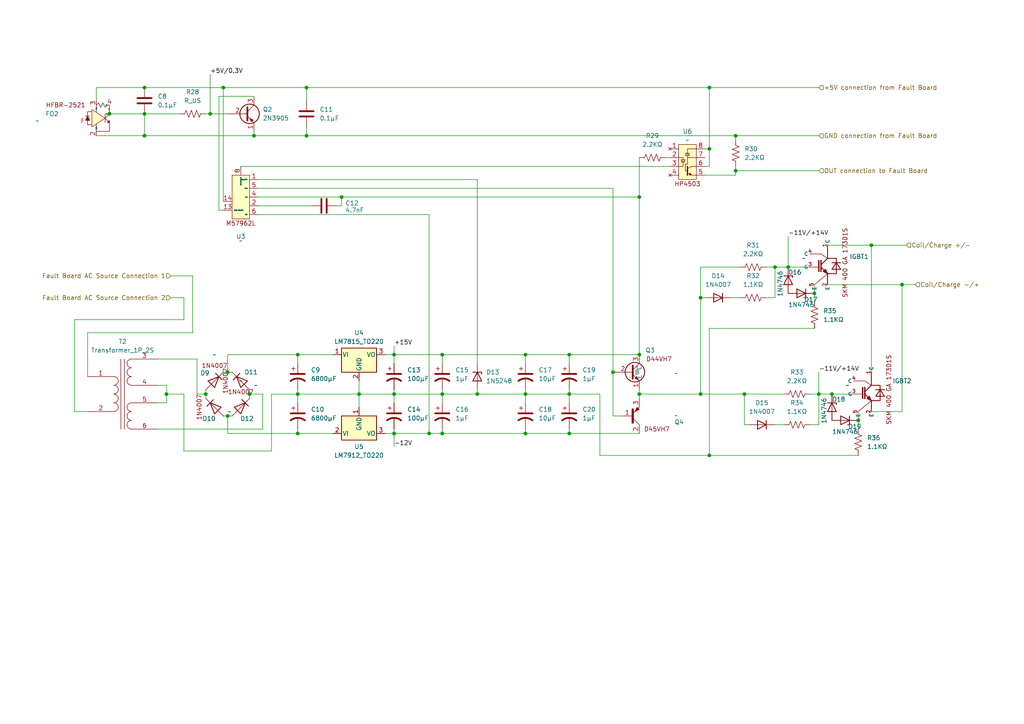
<source format=kicad_sch>
(kicad_sch (version 20231120) (generator "eeschema") (generator_version "8.0")
  (paper "A4")
  (title_block (title "IGBT Driver Board") (date "2024-08-22") (company "Columbia Plasma Physics Laboratory") (comment 1 "Author: Maxwell Epstein"))
  (lib_symbols
    (symbol "DIY_ICs:1N4007_45_Deg"
      (property "Reference" "D" (at 0 0 0))
      (symbol "1N4007_45_Deg_0_1"
        (polyline (pts (xy -1.27 -1.27) (xy -2.54 -2.54)))
        (polyline (pts (xy -1.27 -1.27) (xy 2.54 2.54)))
      )
      (symbol "1N4007_45_Deg_1_1"
        (polyline (pts (xy 0.2904 2.2167) (xy 2.1954 0.3117)) (stroke (width 0.254)))
        (polyline (pts (xy -1.905 0) (xy 0 -1.905) (xy 1.27 1.27) (xy -1.905 0)) (stroke (width 0.254)))
        (text "1N4007" (at 0 4.445 0) (effects (font (size 1.27 1.27))))
        (pin passive line (at -2.54 -2.54 180) (length 0) (name "~") (number ""))
        (pin passive line (at 2.54 2.54 0) (length 0) (name "~") (number ""))
      )
    )
    (symbol "DIY_ICs:D44VH7"
      (property "Reference" "Q" (at 4.445 1.905 0))
      (symbol "D44VH7_0_1"
        (polyline (pts (xy -0.635 0.635) (xy 1.27 2.54)))
        (polyline (pts (xy -0.635 -0.635) (xy 1.27 -2.54) (xy 1.27 -2.54)))
        (polyline (pts (xy -0.635 1.905) (xy -0.635 -1.905) (xy -0.635 -1.905)) (stroke (width 0.508)))
        (polyline (pts (xy 0 -1.778) (xy 0.508 -1.27) (xy 1.016 -2.286) (xy 0 -1.778) (xy 0 -1.778)) (fill (type outline)))
        (circle (center 0 0) (radius 2.8194) (stroke (width 0.254)))
      )
      (symbol "D44VH7_1_1"
        (text "D44VH7" (at 6.985 3.81 0) (effects (font (size 1.27 1.27))))
        (pin passive line (at 1.27 -5.08 90) (length 2.54) (name "E") (number "1"))
        (pin input line (at -6.35 0 0) (length 5.715) (name "B") (number "2"))
        (pin passive line (at 1.27 5.08 270) (length 2.54) (name "C") (number "3"))
      )
    )
    (symbol "DIY_ICs:D45VH7"
      (property "Reference" "Q" (at 3.175 5.715 0))
      (symbol "D45VH7_0_1"
        (polyline (pts (xy -0.635 -1.905) (xy -0.635 1.905)) (stroke (width 0.635)))
        (polyline (pts (xy -0.635 -0.635) (xy 1.27 -2.54)))
        (polyline (pts (xy -0.635 0.635) (xy 1.27 2.54)))
        (polyline (pts (xy 0 -1.27) (xy 1.27 -1.905) (xy 0.635 -2.54) (xy 0 -1.27)) (fill (type outline)))
      )
      (symbol "D45VH7_1_1"
        (text "D45VH7" (at 6.35 3.81 0) (effects (font (size 1.27 1.27))))
        (pin input line (at -3.81 0 0) (length 3.175) (name "") (number "1"))
        (pin passive line (at 1.27 5.08 270) (length 2.54) (name "") (number "2"))
        (pin passive line (at 1.27 -5.08 90) (length 2.54) (name "") (number "3"))
      )
    )
    (symbol "DIY_ICs:HP4503"
      (property "Reference" "U" (at 7.62 3.81 0))
      (symbol "HP4503_0_1"
        (rectangle (start -2.54 5.08) (end 2.54 -5.08) (fill (type background)))
        (polyline (pts (xy -2.54 1.27) (xy -2.54 1.27)))
        (polyline (pts (xy 0 -1.905) (xy 1.27 -1.27)))
        (polyline (pts (xy 0 -1.27) (xy 0 -3.81)) (stroke (width 0.381)))
        (polyline (pts (xy 1.27 -1.27) (xy 2.54 -1.27)))
        (polyline (pts (xy 0 -3.175) (xy 1.27 -3.81) (xy 2.54 -3.81)))
        (polyline (pts (xy 1.1133 -3.7211) (xy 0.7625 -3.2032) (xy 0.5141 -3.8005) (xy 1.1077 -3.7546)) (fill (type outline)))
        (polyline (pts (xy 0 1.905) (xy 0 -0.635) (xy -0.635 -0.635) (xy -0.635 -2.54) (xy 0 -2.54)))
        (polyline (pts (xy -1.27 0) (xy -0.635 0.635) (xy -1.905 0.635) (xy -1.27 0) (xy -1.905 0) (xy -0.635 0)))
        (polyline (pts (xy 2.54 3.81) (xy 0 3.81) (xy 0 3.175) (xy 0 2.54) (xy -0.635 2.54) (xy 0.635 2.54) (xy 0 2.54) (xy -0.635 1.905) (xy 0.635 1.905) (xy 0 2.54)))
      )
      (symbol "HP4503_1_1"
        (polyline (pts (xy 2.54 1.27) (xy 0 1.27)))
        (polyline (pts (xy -1.27 0) (xy -1.27 -1.27) (xy -2.54 -1.27)))
        (polyline (pts (xy -1.27 0.635) (xy -1.27 1.27) (xy -2.54 1.27)))
        (text "HP4503" (at 0 -6.35 0) (effects (font (size 1.27 1.27))))
        (pin no_connect line (at -5.08 3.81 0) (length 2.54) (name "~") (number "1"))
        (pin passive line (at -5.08 1.27 0) (length 2.54) (name "~") (number "2"))
        (pin passive line (at -5.08 -1.27 0) (length 2.54) (name "~") (number "3"))
        (pin no_connect line (at -5.08 -3.81 0) (length 2.54) (name "~") (number "4"))
        (pin power_in line (at 5.08 -3.81 180) (length 2.54) (name "~") (number "5"))
        (pin input line (at 5.08 -1.27 180) (length 2.54) (name "~") (number "6"))
        (pin input line (at 5.08 1.27 180) (length 2.54) (name "~") (number "7"))
        (pin power_in line (at 5.08 3.81 180) (length 2.54) (name "~") (number "8"))
      )
    )
    (symbol "DIY_ICs:SKM_400_GA_173_DS"
      (property "Reference" "IGBT" (at 11.43 1.27 0))
      (symbol "SKM_400_GA_173_DS_0_1"
        (polyline (pts (xy -1.905 0) (xy -5.08 -3.81)))
        (polyline (pts (xy -1.905 0) (xy -5.08 0)) (stroke (width 0.254)))
        (polyline (pts (xy -1.27 -2.54) (xy 1.905 -2.54)) (stroke (width 0.381)))
        (polyline (pts (xy -1.27 -1.905) (xy 1.905 -1.905)) (stroke (width 0.381)))
        (polyline (pts (xy 0 -2.54) (xy 0 -5.08)))
        (polyline (pts (xy 0 -1.905) (xy -1.905 0)) (stroke (width 0.254)))
        (polyline (pts (xy 1.27 2.54) (xy -0.635 2.54)) (stroke (width 0.254)))
        (polyline (pts (xy 1.27 3.81) (xy 1.27 1.27)) (stroke (width 0.254)))
        (polyline (pts (xy 2.54 0) (xy 0.635 -1.905)) (stroke (width 0.254)))
        (polyline (pts (xy 2.54 0) (xy 6.35 0)) (stroke (width 0.254)))
        (polyline (pts (xy -0.635 2.54) (xy -1.905 2.54) (xy -1.905 0)) (stroke (width 0.254)))
        (polyline (pts (xy 2.54 0) (xy 3.81 -1.905) (xy 3.81 -5.08)))
        (polyline (pts (xy -1.905 0) (xy -0.635 -0.635) (xy -1.27 -1.27) (xy -1.905 0)) (stroke (width 0.254)) (fill (type outline)))
        (polyline (pts (xy 1.27 2.54) (xy 1.905 2.54) (xy 2.54 2.54) (xy 2.54 0)) (stroke (width 0.254)))
        (polyline (pts (xy -0.635 2.54) (xy -0.635 3.81) (xy -0.635 1.27) (xy 1.27 2.54) (xy -0.635 3.81)) (stroke (width 0.254)))
      )
      (symbol "SKM_400_GA_173_DS_1_1"
        (text "SKM 400 GA 173D1S" (at -8.89 5.08 0) (effects (font (size 1.27 1.27)) (justify left)))
        (pin passive line (at 6.35 0 0) (length 0) (name "C") (number "1"))
        (pin passive line (at -5.08 0 180) (length 0) (name "E") (number "2"))
        (pin passive line (at 0 -5.08 270) (length 0) (name "G") (number "3"))
        (pin passive line (at 3.81 -5.08 270) (length 0) (name "C") (number "4"))
        (pin passive line (at -5.08 -3.81 180) (length 0) (name "E") (number "5"))
      )
    )
    (symbol "Device:C" (pin_numbers hide) (pin_names (offset 0.254))
      (property "Reference" "C" (at 0.635 2.54 0))
      (property "Value" "C" (at 0.635 -2.54 0))
      (symbol "C_0_1"
        (polyline (pts (xy -2.032 -0.762) (xy 2.032 -0.762)) (stroke (width 0.508)))
        (polyline (pts (xy -2.032 0.762) (xy 2.032 0.762)) (stroke (width 0.508)))
      )
      (symbol "C_1_1"
        (pin passive line (at 0 3.81 270) (length 2.794) (name "~") (number "1"))
        (pin passive line (at 0 -3.81 90) (length 2.794) (name "~") (number "2"))
      )
    )
    (symbol "Device:C_Polarized_US" (pin_numbers hide) (pin_names (offset 0.254) hide)
      (property "Reference" "C" (at 0.635 2.54 0))
      (property "Value" "C_Polarized_US" (at 0.635 -2.54 0))
      (symbol "C_Polarized_US_0_1"
        (polyline (pts (xy -2.032 0.762) (xy 2.032 0.762)) (stroke (width 0.508)))
        (polyline (pts (xy -1.778 2.286) (xy -0.762 2.286)))
        (polyline (pts (xy -1.27 1.778) (xy -1.27 2.794)))
        (arc (start 2.032 -1.27) (mid 0 -0.5572) (end -2.032 -1.27) (stroke (width 0.508)))
      )
      (symbol "C_Polarized_US_1_1"
        (pin passive line (at 0 3.81 270) (length 2.794) (name "~") (number "1"))
        (pin passive line (at 0 -3.81 90) (length 3.302) (name "~") (number "2"))
      )
    )
    (symbol "Device:D_Zener" (pin_numbers hide) (pin_names (offset 1.016) hide)
      (property "Reference" "D" (at 0 2.54 0))
      (property "Value" "D_Zener" (at 0 -2.54 0))
      (symbol "D_Zener_0_1"
        (polyline (pts (xy 1.27 0) (xy -1.27 0)))
        (polyline (pts (xy -1.27 -1.27) (xy -1.27 1.27) (xy -0.762 1.27)) (stroke (width 0.254)))
        (polyline (pts (xy 1.27 -1.27) (xy 1.27 1.27) (xy -1.27 0) (xy 1.27 -1.27)) (stroke (width 0.254)))
      )
      (symbol "D_Zener_1_1"
        (pin passive line (at -3.81 0 0) (length 2.54) (name "K") (number "1"))
        (pin passive line (at 3.81 0 180) (length 2.54) (name "A") (number "2"))
      )
    )
    (symbol "Device:R_US" (pin_numbers hide) (pin_names (offset 0))
      (property "Reference" "R" (at 2.54 0 90))
      (property "Value" "R_US" (at -2.54 0 90))
      (symbol "R_US_0_1"
        (polyline (pts (xy 0 -2.286) (xy 0 -2.54)))
        (polyline (pts (xy 0 2.286) (xy 0 2.54)))
        (polyline (pts (xy 0 -0.762) (xy 1.016 -1.143) (xy 0 -1.524) (xy -1.016 -1.905) (xy 0 -2.286)))
        (polyline (pts (xy 0 0.762) (xy 1.016 0.381) (xy 0 0) (xy -1.016 -0.381) (xy 0 -0.762)))
        (polyline (pts (xy 0 2.286) (xy 1.016 1.905) (xy 0 1.524) (xy -1.016 1.143) (xy 0 0.762)))
      )
      (symbol "R_US_1_1"
        (pin passive line (at 0 3.81 270) (length 1.27) (name "~") (number "1"))
        (pin passive line (at 0 -3.81 90) (length 1.27) (name "~") (number "2"))
      )
    )
    (symbol "Device:Transformer_1P_2S" (pin_names (offset 1.016) hide)
      (property "Reference" "T" (at 0 12.7 0))
      (property "Value" "Transformer_1P_2S" (at 0 -12.7 0))
      (symbol "Transformer_1P_2S_0_1"
        (arc (start -2.54 -5.0546) (mid -1.6599 -4.6901) (end -1.27 -3.81))
        (arc (start -2.54 -2.5146) (mid -1.6599 -2.1501) (end -1.27 -1.27))
        (arc (start -2.54 0.0254) (mid -1.6599 0.3899) (end -1.27 1.27))
        (arc (start -2.54 2.5654) (mid -1.6599 2.9299) (end -1.27 3.81))
        (arc (start -1.27 -3.81) (mid -1.642 -2.912) (end -2.54 -2.54))
        (arc (start -1.27 -1.27) (mid -1.642 -0.372) (end -2.54 0))
        (arc (start -1.27 1.27) (mid -1.642 2.168) (end -2.54 2.54))
        (arc (start -1.27 3.81) (mid -1.642 4.708) (end -2.54 5.08))
        (polyline (pts (xy -0.508 -10.16) (xy -0.508 10.16)))
        (polyline (pts (xy 0.508 10.16) (xy 0.508 -10.16)))
        (arc (start 1.2954 -8.89) (mid 1.6599 -9.7701) (end 2.54 -10.1346))
        (arc (start 1.2954 -6.35) (mid 1.6599 -7.2301) (end 2.54 -7.5946))
        (arc (start 1.2954 -3.81) (mid 1.6599 -4.6901) (end 2.54 -5.0546))
        (arc (start 1.2954 3.81) (mid 1.6599 2.9299) (end 2.54 2.5654))
        (arc (start 1.2954 6.35) (mid 1.6599 5.4699) (end 2.54 5.1054))
        (arc (start 1.2954 8.89) (mid 1.6599 8.0099) (end 2.54 7.6454))
        (arc (start 2.54 -7.62) (mid 1.642 -7.992) (end 1.2954 -8.89))
        (arc (start 2.54 -5.08) (mid 1.642 -5.452) (end 1.2954 -6.35))
        (arc (start 2.54 -2.54) (mid 1.642 -2.912) (end 1.2954 -3.81))
        (arc (start 2.54 5.08) (mid 1.642 4.708) (end 1.2954 3.81))
        (arc (start 2.54 7.62) (mid 1.642 7.248) (end 1.2954 6.35))
        (arc (start 2.54 10.16) (mid 1.642 9.788) (end 1.2954 8.89))
      )
      (symbol "Transformer_1P_2S_1_1"
        (pin passive line (at -10.16 5.08 0) (length 7.62) (name "AA") (number "1"))
        (pin passive line (at -10.16 -5.08 0) (length 7.62) (name "AB") (number "2"))
        (pin passive line (at 10.16 10.16 180) (length 7.62) (name "SA") (number "3"))
        (pin passive line (at 10.16 2.54 180) (length 7.62) (name "SB") (number "4"))
        (pin passive line (at 10.16 -2.54 180) (length 7.62) (name "SC") (number "5"))
        (pin passive line (at 10.16 -10.16 180) (length 7.62) (name "SD") (number "6"))
      )
    )
    (symbol "Diode:1N4007" (pin_numbers hide) (pin_names hide)
      (property "Reference" "D" (at 0 2.54 0))
      (property "Value" "1N4007" (at 0 -2.54 0))
      (symbol "1N4007_0_1"
        (polyline (pts (xy -1.27 1.27) (xy -1.27 -1.27)) (stroke (width 0.254)))
        (polyline (pts (xy 1.27 0) (xy -1.27 0)))
        (polyline (pts (xy 1.27 1.27) (xy 1.27 -1.27) (xy -1.27 0) (xy 1.27 1.27)) (stroke (width 0.254)))
      )
      (symbol "1N4007_1_1"
        (pin passive line (at -3.81 0 0) (length 2.54) (name "K") (number "1"))
        (pin passive line (at 3.81 0 180) (length 2.54) (name "A") (number "2"))
      )
    )
    (symbol "F_O_Driver_Library:HFBR-2521"
      (property "Reference" "FO" (at 0 0 0))
      (symbol "HFBR-2521_0_1"
        (polyline (pts (xy -3.81 -0.635) (xy -4.445 -1.27)))
        (polyline (pts (xy -3.81 0) (xy -4.445 -0.635)))
        (polyline (pts (xy -1.905 0.635) (xy -3.175 0.635)))
        (polyline (pts (xy -0.635 -3.81) (xy -0.635 -3.81)))
        (polyline (pts (xy 2.54 0) (xy 3.81 1.27)))
        (polyline (pts (xy 2.54 1.27) (xy 2.54 -1.27)))
        (polyline (pts (xy -2.54 0.635) (xy -2.54 1.905) (xy -1.27 1.905)))
        (polyline (pts (xy -1.27 -1.905) (xy -2.54 -1.905) (xy -2.54 -0.635)))
        (polyline (pts (xy 0 -3.81) (xy 0 -1.7202) (xy 0 -2.54)))
        (polyline (pts (xy 3.81 -1.27) (xy 3.81 -3.81) (xy 0 -3.81)))
        (polyline (pts (xy -1.905 -0.635) (xy -3.175 -0.635) (xy -2.54 0.635) (xy -1.905 -0.635)) (fill (type outline)))
        (polyline (pts (xy 0 3.81) (xy 0 1.905) (xy 0 2.54) (xy -0.0007 1.7452)))
        (polyline (pts (xy 2.54 0) (xy -1.27 2.54) (xy -1.27 -2.54) (xy 2.54 0)) (fill (type background)))
        (polyline (pts (xy 2.54 0) (xy 3.81 -1.27) (xy 3.81 -0.635) (xy 3.175 -1.27) (xy 3.81 -1.27)) (fill (type outline)))
        (polyline (pts (xy 3.81 3.81) (xy 3.175 3.81) (xy 2.54 3.175) (xy 1.905 4.445) (xy 1.27 3.175) (xy 0.635 4.445) (xy 0 3.81)))
      )
      (symbol "HFBR-2521_1_1"
        (text "HFBR-2521" (at -8.89 3.81 0) (effects (font (size 1.27 1.27))))
        (pin output line (at 3.81 1.27 180) (length 0) (name "Vo") (number "1"))
        (pin power_in line (at 0 -5.08 90) (length 1.27) (name "GND") (number "2"))
        (pin output line (at 0 5.08 270) (length 1.27) (name "Vcc") (number "3"))
        (pin passive line (at 3.81 3.81 180) (length 0) (name "RL") (number "4"))
      )
    )
    (symbol "M57962L_1"
      (property "Reference" "U" (at 0 0 0))
      (symbol "M57962L_1_1_1"
        (rectangle (start -2.54 6.35) (end 2.54 -6.35) (fill (type background)))
        (text "M57962L" (at 0 -7.62 0) (effects (font (size 1.27 1.27))))
        (pin input line (at 5.08 5.08 180) (length 2.54) (name "Detect_Pin") (number "1"))
        (pin passive line (at -5.08 -3.81 0) (length 2.54) (name "Opto-Coupler") (number "13"))
        (pin input line (at -5.08 -1.27 0) (length 2.54) (name "~") (number "14"))
        (pin passive line (at 5.08 -2.54 180) (length 2.54) (name "~") (number "2"))
        (pin power_in line (at 5.08 0 180) (length 2.54) (name "Vcc") (number "4"))
        (pin power_out line (at 5.08 2.54 180) (length 2.54) (name "Vout") (number "5"))
        (pin power_in line (at 5.08 -5.08 180) (length 2.54) (name "VEE") (number "6"))
        (pin output line (at 0 8.89 270) (length 2.54) (name "Fault_Output") (number "8"))
      )
    )
    (symbol "Regulator_Linear:LM7815_TO220" (pin_names (offset 0.254))
      (property "Reference" "U" (at -3.81 3.175 0))
      (property "Value" "LM7815_TO220" (at 0 3.175 0))
      (symbol "LM7815_TO220_0_1"
        (rectangle (start -5.08 1.905) (end 5.08 -5.08) (stroke (width 0.254)) (fill (type background)))
      )
      (symbol "LM7815_TO220_1_1"
        (pin power_in line (at -7.62 0 0) (length 2.54) (name "VI") (number "1"))
        (pin power_in line (at 0 -7.62 90) (length 2.54) (name "GND") (number "2"))
        (pin power_out line (at 7.62 0 180) (length 2.54) (name "VO") (number "3"))
      )
    )
    (symbol "Regulator_Linear:LM7912_TO220" (pin_names (offset 0.254))
      (property "Reference" "U" (at -3.81 -3.175 0))
      (property "Value" "LM7912_TO220" (at 0 -3.175 0))
      (symbol "LM7912_TO220_0_1"
        (rectangle (start -5.08 5.08) (end 5.08 -1.905) (stroke (width 0.254)) (fill (type background)))
      )
      (symbol "LM7912_TO220_1_1"
        (pin power_in line (at 0 7.62 270) (length 2.54) (name "GND") (number "1"))
        (pin power_in line (at -7.62 0 0) (length 2.54) (name "VI") (number "2"))
        (pin power_out line (at 7.62 0 180) (length 2.54) (name "VO") (number "3"))
      )
    )
    (symbol "Transistor_BJT:2N3905" (pin_names (offset 0) hide)
      (property "Reference" "Q" (at 5.08 1.905 0))
      (property "Value" "2N3905" (at 5.08 0 0))
      (symbol "2N3905_0_1"
        (polyline (pts (xy 0.635 0.635) (xy 2.54 2.54)))
        (polyline (pts (xy 0.635 -0.635) (xy 2.54 -2.54) (xy 2.54 -2.54)))
        (polyline (pts (xy 0.635 1.905) (xy 0.635 -1.905) (xy 0.635 -1.905)) (stroke (width 0.508)))
        (polyline (pts (xy 2.286 -1.778) (xy 1.778 -2.286) (xy 1.27 -1.27) (xy 2.286 -1.778) (xy 2.286 -1.778)) (fill (type outline)))
        (circle (center 1.27 0) (radius 2.8194) (stroke (width 0.254)))
      )
      (symbol "2N3905_1_1"
        (pin passive line (at 2.54 -5.08 90) (length 2.54) (name "E") (number "1"))
        (pin input line (at -5.08 0 0) (length 5.715) (name "B") (number "2"))
        (pin passive line (at 2.54 5.08 270) (length 2.54) (name "C") (number "3"))
      )
    )
  )
  (junction (at 138.43 114.3))
  (junction (at 104.14 114.3))
  (junction (at 177.8 107.95))
  (junction (at 185.42 57.15))
  (junction (at 252.73 71.12))
  (junction (at 41.91 39.37))
  (junction (at 41.91 33.02))
  (junction (at 48.26 114.3))
  (junction (at 261.62 82.55))
  (junction (at 241.3 114.3))
  (junction (at 237.49 114.3))
  (junction (at 165.1 102.87))
  (junction (at 165.1 114.3))
  (junction (at 205.74 132.08))
  (junction (at 66.04 107.95))
  (junction (at 73.66 39.37))
  (junction (at 205.74 25.4))
  (junction (at 114.3 125.73))
  (junction (at 248.92 121.92))
  (junction (at 59.69 114.3))
  (junction (at 128.27 114.3))
  (junction (at 114.3 102.87))
  (junction (at 86.36 125.73))
  (junction (at 224.79 77.47))
  (junction (at 185.42 114.3))
  (junction (at 128.27 102.87))
  (junction (at 215.9 114.3))
  (junction (at 152.4 114.3))
  (junction (at 185.42 102.87))
  (junction (at 72.39 114.3))
  (junction (at 88.9 39.37))
  (junction (at 86.36 114.3))
  (junction (at 213.36 39.37))
  (junction (at 213.36 49.53))
  (junction (at 31.75 33.02))
  (junction (at 114.3 114.3))
  (junction (at 152.4 102.87))
  (junction (at 152.4 125.73))
  (junction (at 88.9 25.4))
  (junction (at 203.2 86.36))
  (junction (at 203.2 114.3))
  (junction (at 60.96 33.02))
  (junction (at 41.91 25.4))
  (junction (at 128.27 125.73))
  (junction (at 64.77 25.4))
  (junction (at 66.04 120.65))
  (junction (at 124.46 125.73))
  (junction (at 236.22 85.09))
  (junction (at 228.6 77.47))
  (junction (at 99.06 57.15))
  (junction (at 86.36 102.87))
  (junction (at 205.74 43.18))
  (junction (at 165.1 125.73))
  (wire (pts (xy 63.5 60.96) (xy 64.77 60.96)))
  (wire (pts (xy 152.4 124.46) (xy 152.4 125.73)))
  (wire (pts (xy 73.66 38.1) (xy 73.66 39.37)))
  (wire (pts (xy 213.36 39.37) (xy 237.49 39.37)))
  (wire (pts (xy 104.14 114.3) (xy 104.14 118.11)))
  (wire (pts (xy 217.17 123.19) (xy 215.9 123.19)))
  (wire (pts (xy 88.9 29.21) (xy 88.9 25.4)))
  (wire (pts (xy 111.76 125.73) (xy 114.3 125.73)))
  (wire (pts (xy 204.47 48.26) (xy 205.74 48.26)))
  (wire (pts (xy 78.74 130.81) (xy 78.74 114.3)))
  (wire (pts (xy 128.27 113.03) (xy 128.27 114.3)))
  (wire (pts (xy 27.94 29.21) (xy 27.94 25.4)))
  (wire (pts (xy 64.77 25.4) (xy 64.77 58.42)))
  (wire (pts (xy 104.14 114.3) (xy 104.14 110.49)))
  (wire (pts (xy 227.33 114.3) (xy 215.9 114.3)))
  (wire (pts (xy 57.15 114.3) (xy 59.69 114.3)))
  (wire (pts (xy 86.36 105.41) (xy 86.36 102.87)))
  (wire (pts (xy 128.27 114.3) (xy 128.27 116.84)))
  (wire (pts (xy 261.62 82.55) (xy 265.43 82.55)))
  (wire (pts (xy 213.36 50.8) (xy 213.36 49.53)))
  (wire (pts (xy 41.91 33.02) (xy 52.07 33.02)))
  (wire (pts (xy 152.4 114.3) (xy 152.4 116.84)))
  (wire (pts (xy 165.1 114.3) (xy 165.1 116.84)))
  (wire (pts (xy 57.15 104.14) (xy 57.15 114.3)))
  (wire (pts (xy 222.25 86.36) (xy 224.79 86.36)))
  (wire (pts (xy 55.88 96.52) (xy 25.4 96.52)))
  (wire (pts (xy 73.66 39.37) (xy 41.91 39.37)))
  (wire (pts (xy 48.26 114.3) (xy 53.34 114.3)))
  (wire (pts (xy 69.85 48.26) (xy 194.31 48.26)))
  (wire (pts (xy 193.04 45.72) (xy 194.31 45.72)))
  (wire (pts (xy 252.73 107.95) (xy 252.73 71.12)))
  (wire (pts (xy 165.1 114.3) (xy 173.99 114.3)))
  (wire (pts (xy 203.2 86.36) (xy 203.2 114.3)))
  (wire (pts (xy 213.36 39.37) (xy 213.36 40.64)))
  (wire (pts (xy 203.2 114.3) (xy 185.42 114.3)))
  (wire (pts (xy 185.42 102.87) (xy 165.1 102.87)))
  (wire (pts (xy 213.36 48.26) (xy 213.36 49.53)))
  (wire (pts (xy 48.26 111.76) (xy 45.72 111.76)))
  (wire (pts (xy 114.3 113.03) (xy 114.3 114.3)))
  (wire (pts (xy 66.04 120.65) (xy 66.04 125.73)))
  (wire (pts (xy 114.3 125.73) (xy 124.46 125.73)))
  (wire (pts (xy 104.14 114.3) (xy 114.3 114.3)))
  (wire (pts (xy 74.93 57.15) (xy 99.06 57.15)))
  (wire (pts (xy 114.3 100.33) (xy 114.3 102.87)))
  (wire (pts (xy 97.79 59.69) (xy 99.06 59.69)))
  (wire (pts (xy 41.91 39.37) (xy 27.94 39.37)))
  (wire (pts (xy 48.26 111.76) (xy 48.26 114.3)))
  (wire (pts (xy 57.15 104.14) (xy 45.72 104.14)))
  (wire (pts (xy 152.4 102.87) (xy 165.1 102.87)))
  (wire (pts (xy 138.43 52.07) (xy 74.93 52.07)))
  (wire (pts (xy 165.1 125.73) (xy 185.42 125.73)))
  (wire (pts (xy 88.9 25.4) (xy 64.77 25.4)))
  (wire (pts (xy 234.95 123.19) (xy 237.49 123.19)))
  (wire (pts (xy 180.34 120.65) (xy 177.8 120.65)))
  (wire (pts (xy 177.8 54.61) (xy 177.8 107.95)))
  (wire (pts (xy 228.6 77.47) (xy 234.95 77.47)))
  (wire (pts (xy 128.27 102.87) (xy 152.4 102.87)))
  (wire (pts (xy 205.74 25.4) (xy 237.49 25.4)))
  (wire (pts (xy 21.59 92.71) (xy 21.59 119.38)))
  (wire (pts (xy 237.49 114.3) (xy 241.3 114.3)))
  (wire (pts (xy 21.59 119.38) (xy 25.4 119.38)))
  (wire (pts (xy 88.9 36.83) (xy 88.9 39.37)))
  (wire (pts (xy 165.1 102.87) (xy 165.1 105.41)))
  (wire (pts (xy 213.36 49.53) (xy 237.49 49.53)))
  (wire (pts (xy 237.49 107.95) (xy 237.49 114.3)))
  (wire (pts (xy 261.62 119.38) (xy 261.62 82.55)))
  (wire (pts (xy 86.36 125.73) (xy 66.04 125.73)))
  (wire (pts (xy 138.43 52.07) (xy 138.43 105.41)))
  (wire (pts (xy 128.27 124.46) (xy 128.27 125.73)))
  (wire (pts (xy 204.47 43.18) (xy 205.74 43.18)))
  (wire (pts (xy 236.22 82.55) (xy 236.22 85.09)))
  (wire (pts (xy 63.5 27.94) (xy 63.5 60.96)))
  (wire (pts (xy 76.2 114.3) (xy 76.2 124.46)))
  (wire (pts (xy 205.74 132.08) (xy 173.99 132.08)))
  (wire (pts (xy 78.74 114.3) (xy 86.36 114.3)))
  (wire (pts (xy 228.6 68.58) (xy 228.6 77.47)))
  (wire (pts (xy 76.2 124.46) (xy 45.72 124.46)))
  (wire (pts (xy 248.92 119.38) (xy 248.92 121.92)))
  (wire (pts (xy 27.94 25.4) (xy 41.91 25.4)))
  (wire (pts (xy 214.63 77.47) (xy 203.2 77.47)))
  (wire (pts (xy 64.77 25.4) (xy 41.91 25.4)))
  (wire (pts (xy 48.26 114.3) (xy 48.26 116.84)))
  (wire (pts (xy 128.27 102.87) (xy 128.27 105.41)))
  (wire (pts (xy 203.2 77.47) (xy 203.2 86.36)))
  (wire (pts (xy 152.4 114.3) (xy 165.1 114.3)))
  (wire (pts (xy 86.36 114.3) (xy 86.36 116.84)))
  (wire (pts (xy 74.93 62.23) (xy 124.46 62.23)))
  (wire (pts (xy 205.74 132.08) (xy 248.92 132.08)))
  (wire (pts (xy 165.1 124.46) (xy 165.1 125.73)))
  (wire (pts (xy 111.76 102.87) (xy 114.3 102.87)))
  (wire (pts (xy 86.36 114.3) (xy 104.14 114.3)))
  (wire (pts (xy 76.2 114.3) (xy 72.39 114.3)))
  (wire (pts (xy 45.72 116.84) (xy 48.26 116.84)))
  (wire (pts (xy 60.96 21.59) (xy 60.96 33.02)))
  (wire (pts (xy 114.3 102.87) (xy 114.3 105.41)))
  (wire (pts (xy 88.9 39.37) (xy 213.36 39.37)))
  (wire (pts (xy 86.36 125.73) (xy 96.52 125.73)))
  (wire (pts (xy 236.22 85.09) (xy 236.22 87.63)))
  (wire (pts (xy 237.49 114.3) (xy 237.49 123.19)))
  (wire (pts (xy 261.62 82.55) (xy 240.03 82.55)))
  (wire (pts (xy 177.8 107.95) (xy 177.8 120.65)))
  (wire (pts (xy 205.74 43.18) (xy 205.74 48.26)))
  (wire (pts (xy 72.39 114.3) (xy 72.39 115.57)))
  (wire (pts (xy 185.42 57.15) (xy 185.42 102.87)))
  (wire (pts (xy 205.74 95.25) (xy 205.74 132.08)))
  (wire (pts (xy 152.4 113.03) (xy 152.4 114.3)))
  (wire (pts (xy 248.92 121.92) (xy 248.92 124.46)))
  (wire (pts (xy 236.22 95.25) (xy 205.74 95.25)))
  (wire (pts (xy 124.46 125.73) (xy 128.27 125.73)))
  (wire (pts (xy 86.36 102.87) (xy 66.04 102.87)))
  (wire (pts (xy 59.69 114.3) (xy 59.69 113.03)))
  (wire (pts (xy 60.96 33.02) (xy 66.04 33.02)))
  (wire (pts (xy 66.04 120.65) (xy 67.31 120.65)))
  (wire (pts (xy 53.34 92.71) (xy 21.59 92.71)))
  (wire (pts (xy 49.53 80.01) (xy 55.88 80.01)))
  (wire (pts (xy 59.69 114.3) (xy 59.69 115.57)))
  (wire (pts (xy 64.77 120.65) (xy 66.04 120.65)))
  (wire (pts (xy 114.3 125.73) (xy 114.3 129.54)))
  (wire (pts (xy 224.79 77.47) (xy 228.6 77.47)))
  (wire (pts (xy 252.73 119.38) (xy 261.62 119.38)))
  (wire (pts (xy 88.9 25.4) (xy 205.74 25.4)))
  (wire (pts (xy 173.99 132.08) (xy 173.99 114.3)))
  (wire (pts (xy 86.36 124.46) (xy 86.36 125.73)))
  (wire (pts (xy 138.43 113.03) (xy 138.43 114.3)))
  (wire (pts (xy 86.36 113.03) (xy 86.36 114.3)))
  (wire (pts (xy 185.42 45.72) (xy 185.42 57.15)))
  (wire (pts (xy 252.73 71.12) (xy 240.03 71.12)))
  (wire (pts (xy 177.8 54.61) (xy 74.93 54.61)))
  (wire (pts (xy 72.39 114.3) (xy 72.39 113.03)))
  (wire (pts (xy 114.3 114.3) (xy 114.3 116.84)))
  (wire (pts (xy 66.04 107.95) (xy 67.31 107.95)))
  (wire (pts (xy 165.1 113.03) (xy 165.1 114.3)))
  (wire (pts (xy 224.79 77.47) (xy 222.25 77.47)))
  (wire (pts (xy 185.42 113.03) (xy 185.42 114.3)))
  (wire (pts (xy 55.88 80.01) (xy 55.88 96.52)))
  (wire (pts (xy 53.34 114.3) (xy 53.34 130.81)))
  (wire (pts (xy 215.9 114.3) (xy 215.9 123.19)))
  (wire (pts (xy 73.66 27.94) (xy 63.5 27.94)))
  (wire (pts (xy 185.42 114.3) (xy 185.42 115.57)))
  (wire (pts (xy 204.47 86.36) (xy 203.2 86.36)))
  (wire (pts (xy 53.34 86.36) (xy 53.34 92.71)))
  (wire (pts (xy 99.06 57.15) (xy 185.42 57.15)))
  (wire (pts (xy 128.27 114.3) (xy 138.43 114.3)))
  (wire (pts (xy 25.4 96.52) (xy 25.4 109.22)))
  (wire (pts (xy 86.36 102.87) (xy 96.52 102.87)))
  (wire (pts (xy 99.06 59.69) (xy 99.06 57.15)))
  (wire (pts (xy 237.49 114.3) (xy 234.95 114.3)))
  (wire (pts (xy 205.74 25.4) (xy 205.74 43.18)))
  (wire (pts (xy 212.09 86.36) (xy 214.63 86.36)))
  (wire (pts (xy 66.04 107.95) (xy 66.04 102.87)))
  (wire (pts (xy 114.3 102.87) (xy 128.27 102.87)))
  (wire (pts (xy 204.47 50.8) (xy 213.36 50.8)))
  (wire (pts (xy 128.27 125.73) (xy 152.4 125.73)))
  (wire (pts (xy 114.3 114.3) (xy 128.27 114.3)))
  (wire (pts (xy 224.79 123.19) (xy 227.33 123.19)))
  (wire (pts (xy 64.77 107.95) (xy 66.04 107.95)))
  (wire (pts (xy 41.91 33.02) (xy 41.91 39.37)))
  (wire (pts (xy 252.73 71.12) (xy 262.89 71.12)))
  (wire (pts (xy 203.2 114.3) (xy 215.9 114.3)))
  (wire (pts (xy 224.79 77.47) (xy 224.79 86.36)))
  (wire (pts (xy 138.43 114.3) (xy 152.4 114.3)))
  (wire (pts (xy 31.75 30.48) (xy 31.75 33.02)))
  (wire (pts (xy 88.9 39.37) (xy 73.66 39.37)))
  (wire (pts (xy 152.4 125.73) (xy 165.1 125.73)))
  (wire (pts (xy 31.75 33.02) (xy 41.91 33.02)))
  (wire (pts (xy 74.93 59.69) (xy 90.17 59.69)))
  (wire (pts (xy 114.3 124.46) (xy 114.3 125.73)))
  (wire (pts (xy 49.53 86.36) (xy 53.34 86.36)))
  (wire (pts (xy 152.4 102.87) (xy 152.4 105.41)))
  (wire (pts (xy 59.69 33.02) (xy 60.96 33.02)))
  (wire (pts (xy 241.3 114.3) (xy 247.65 114.3)))
  (wire (pts (xy 124.46 62.23) (xy 124.46 125.73)))
  (wire (pts (xy 53.34 130.81) (xy 78.74 130.81)))
  (label "+5V{slash}0.3V" (at 60.96 21.59 0))
  (label "-12V" (at 114.3 129.54 0))
  (label "+15V" (at 114.3 100.33 0))
  (label "-11V{slash}+14V" (at 228.6 68.58 0))
  (label "-11V{slash}+14V" (at 237.49 107.95 0))
  (hierarchical_label "Coil{slash}Charge -{slash}+" (shape input) (at 265.43 82.55 0))
  (hierarchical_label "Fault Board AC Source Connection 1" (shape input) (at 49.53 80.01 180))
  (hierarchical_label "+5V connection from Fault Board" (shape input) (at 237.49 25.4 0))
  (hierarchical_label "Coil{slash}Charge +{slash}-" (shape input) (at 262.89 71.12 0))
  (hierarchical_label "Fault Board AC Source Connection 2" (shape input) (at 49.53 86.36 180))
  (hierarchical_label "OUT connection to Fault Board" (shape input) (at 237.49 49.53 0))
  (hierarchical_label "GND connection from Fault Board" (shape input) (at 237.49 39.37 0))
  (symbol (lib_id "Device:C_Polarized_US") (at 128.27 120.65 0) (unit 1)
    (property "Reference" "C16" (at 132.08 118.7449 0) (effects (justify left)))
    (property "Value" "1μF" (at 132.08 121.2849 0) (effects (justify left)))
    (property "Description" "Polarized capacitor, US symbol" (effects (hide yes)))
    (instances (project "SPA_Complete" (path "" (reference "C16") (unit 1)) (path "" (reference "C42") (unit 1)) (path "" (reference "C55") (unit 1)) (path "" (reference "C29") (unit 1))))
  )
  (symbol (lib_id "Device:D_Zener") (at 245.11 121.92 180) (unit 1)
    (property "Reference" "D19" (at 247.904 123.698 0))
    (property "Value" "1N4746" (at 245.11 125.222 0))
    (property "Description" "Zener diode" (effects (hide yes)))
    (instances (project "SPA_Complete" (path "" (reference "D19") (unit 1)) (path "" (reference "D41") (unit 1)) (path "" (reference "D52") (unit 1)) (path "" (reference "D30") (unit 1))))
  )
  (symbol (lib_id "Regulator_Linear:LM7912_TO220") (at 104.14 125.73 0) (unit 1)
    (property "Reference" "U5" (at 104.14 129.54 0))
    (property "Value" "LM7912_TO220" (at 104.14 132.08 0))
    (property "Footprint" "Package_TO_SOT_THT:TO-220-3_Vertical" (effects (hide yes)))
    (property "Datasheet" "hhttps://www.onsemi.com/pub/Collateral/MC7900-D.PDF" (effects (hide yes)))
    (property "Description" "Negative 1A 35V Linear Regulator, Fixed Output 12V, TO-220" (effects (hide yes)))
    (instances (project "SPA_Complete" (path "" (reference "U5") (unit 1)) (path "" (reference "U13") (unit 1)) (path "" (reference "U17") (unit 1)) (path "" (reference "U9") (unit 1))))
  )
  (symbol (lib_id "Device:R_US") (at 218.44 77.47 90) (unit 1)
    (property "Reference" "R31" (at 218.44 71.12 90))
    (property "Value" "2.2KΩ" (at 218.44 73.66 90))
    (property "Description" "Resistor, US symbol" (effects (hide yes)))
    (instances (project "SPA_Complete" (path "" (reference "R31") (unit 1)) (path "" (reference "R49") (unit 1)) (path "" (reference "R58") (unit 1)) (path "" (reference "R40") (unit 1))))
  )
  (symbol (lib_id "Device:D_Zener") (at 138.43 109.22 270) (unit 1)
    (property "Reference" "D13" (at 140.97 107.9499 90) (effects (justify left)))
    (property "Value" "1N5248" (at 140.97 110.4899 90) (effects (justify left)))
    (property "Description" "Zener diode" (effects (hide yes)))
    (instances (project "SPA_Complete" (path "" (reference "D13") (unit 1)) (path "" (reference "D35") (unit 1)) (path "" (reference "D46") (unit 1)) (path "" (reference "D24") (unit 1))))
  )
  (symbol (lib_id "DIY_ICs:HP4503") (at 199.39 46.99 0) (unit 1)
    (property "Reference" "U6" (at 199.39 38.1 0))
    (property "Value" "~" (at 199.39 40.64 0))
    (instances (project "SPA_Complete" (path "" (reference "U6") (unit 1)) (path "" (reference "U14") (unit 1)) (path "" (reference "U18") (unit 1)) (path "" (reference "U10") (unit 1))))
  )
  (symbol (lib_id "Device:C_Polarized_US") (at 152.4 109.22 0) (unit 1)
    (property "Reference" "C17" (at 156.21 107.3149 0) (effects (justify left)))
    (property "Value" "10μF" (at 156.21 109.8549 0) (effects (justify left)))
    (property "Description" "Polarized capacitor, US symbol" (effects (hide yes)))
    (instances (project "SPA_Complete" (path "" (reference "C17") (unit 1)) (path "" (reference "C43") (unit 1)) (path "" (reference "C56") (unit 1)) (path "" (reference "C30") (unit 1))))
  )
  (symbol (lib_id "DIY_ICs:SKM_400_GA_173_DS") (at 252.73 114.3 270) (mirror x) (unit 1)
    (property "Reference" "IGBT2" (at 264.414 110.49 90) (effects (justify right)))
    (property "Value" "~" (at 246.38 111.7397 90) (effects (justify right)))
    (instances (project "SPA_Complete" (path "" (reference "IGBT2") (unit 1)) (path "" (reference "IGBT6") (unit 1)) (path "" (reference "IGBT8") (unit 1)) (path "" (reference "IGBT4") (unit 1))))
  )
  (symbol (lib_id "DIY_ICs:SKM_400_GA_173_DS") (at 240.03 77.47 270) (mirror x) (unit 1)
    (property "Reference" "IGBT1" (at 251.968 74.422 90) (effects (justify right)))
    (property "Value" "~" (at 233.68 74.9097 90) (effects (justify right)))
    (instances (project "SPA_Complete" (path "" (reference "IGBT1") (unit 1)) (path "" (reference "IGBT5") (unit 1)) (path "" (reference "IGBT7") (unit 1)) (path "" (reference "IGBT3") (unit 1))))
  )
  (symbol (lib_id "Device:C") (at 93.98 59.69 90) (unit 1)
    (property "Reference" "C12" (at 102.108 58.928 90))
    (property "Value" "4.7nF" (at 102.87 60.96 90))
    (property "Description" "Unpolarized capacitor" (effects (hide yes)))
    (instances (project "SPA_Complete" (path "" (reference "C12") (unit 1)) (path "" (reference "C38") (unit 1)) (path "" (reference "C51") (unit 1)) (path "" (reference "C25") (unit 1))))
  )
  (symbol (lib_id "Device:R_US") (at 213.36 44.45 0) (unit 1)
    (property "Reference" "R30" (at 215.9 43.1799 0) (effects (justify left)))
    (property "Value" "2.2KΩ" (at 215.9 45.7199 0) (effects (justify left)))
    (property "Description" "Resistor, US symbol" (effects (hide yes)))
    (instances (project "SPA_Complete" (path "" (reference "R30") (unit 1)) (path "" (reference "R48") (unit 1)) (path "" (reference "R57") (unit 1)) (path "" (reference "R39") (unit 1))))
  )
  (symbol (lib_id "Device:C_Polarized_US") (at 165.1 109.22 0) (unit 1)
    (property "Reference" "C19" (at 168.91 107.3149 0) (effects (justify left)))
    (property "Value" "1μF" (at 168.91 109.8549 0) (effects (justify left)))
    (property "Description" "Polarized capacitor, US symbol" (effects (hide yes)))
    (instances (project "SPA_Complete" (path "" (reference "C19") (unit 1)) (path "" (reference "C45") (unit 1)) (path "" (reference "C58") (unit 1)) (path "" (reference "C32") (unit 1))))
  )
  (symbol (lib_id "Device:R_US") (at 248.92 128.27 0) (unit 1)
    (property "Reference" "R36" (at 251.46 126.9999 0) (effects (justify left)))
    (property "Value" "1.1KΩ" (at 251.46 129.5399 0) (effects (justify left)))
    (property "Description" "Resistor, US symbol" (effects (hide yes)))
    (instances (project "SPA_Complete" (path "" (reference "R36") (unit 1)) (path "" (reference "R54") (unit 1)) (path "" (reference "R63") (unit 1)) (path "" (reference "R45") (unit 1))))
  )
  (symbol (lib_id "Device:R_US") (at 55.88 33.02 90) (unit 1)
    (property "Reference" "R28" (at 55.88 26.67 90))
    (property "Value" "R_US" (at 55.88 29.21 90))
    (property "Description" "Resistor, US symbol" (effects (hide yes)))
    (instances (project "SPA_Complete" (path "" (reference "R28") (unit 1)) (path "" (reference "R46") (unit 1)) (path "" (reference "R55") (unit 1)) (path "" (reference "R37") (unit 1))))
  )
  (symbol (lib_id "Device:C_Polarized_US") (at 152.4 120.65 0) (unit 1)
    (property "Reference" "C18" (at 156.21 118.7449 0) (effects (justify left)))
    (property "Value" "10μF" (at 156.21 121.2849 0) (effects (justify left)))
    (property "Description" "Polarized capacitor, US symbol" (effects (hide yes)))
    (instances (project "SPA_Complete" (path "" (reference "C18") (unit 1)) (path "" (reference "C44") (unit 1)) (path "" (reference "C57") (unit 1)) (path "" (reference "C31") (unit 1))))
  )
  (symbol (lib_name "M57962L_1") (lib_id "DIY_ICs:M57962L") (at 69.85 57.15 0) (unit 1)
    (property "Reference" "U3" (at 69.85 68.58 0))
    (property "Value" "~" (at 69.85 69.85 0))
    (instances (project "SPA_Complete" (path "" (reference "U3") (unit 1)) (path "" (reference "U11") (unit 1)) (path "" (reference "U15") (unit 1)) (path "" (reference "U7") (unit 1))))
  )
  (symbol (lib_id "Device:D_Zener") (at 232.41 85.09 180) (unit 1)
    (property "Reference" "D17" (at 235.204 86.868 0))
    (property "Value" "1N4746" (at 232.41 88.392 0))
    (property "Description" "Zener diode" (effects (hide yes)))
    (instances (project "SPA_Complete" (path "" (reference "D17") (unit 1)) (path "" (reference "D39") (unit 1)) (path "" (reference "D50") (unit 1)) (path "" (reference "D28") (unit 1))))
  )
  (symbol (lib_id "DIY_ICs:D44VH7") (at 184.15 107.95 0) (unit 1)
    (property "Reference" "Q3" (at 187.198 101.6 0) (effects (justify left)))
    (property "Value" "~" (at 195.58 108.2774 0) (effects (justify left)))
    (instances (project "SPA_Complete" (path "" (reference "Q3") (unit 1)) (path "" (reference "Q9") (unit 1)) (path "" (reference "Q12") (unit 1)) (path "" (reference "Q6") (unit 1))))
  )
  (symbol (lib_id "Device:R_US") (at 231.14 123.19 90) (unit 1)
    (property "Reference" "R34" (at 231.14 116.84 90))
    (property "Value" "1.1KΩ" (at 231.14 119.38 90))
    (property "Description" "Resistor, US symbol" (effects (hide yes)))
    (instances (project "SPA_Complete" (path "" (reference "R34") (unit 1)) (path "" (reference "R52") (unit 1)) (path "" (reference "R61") (unit 1)) (path "" (reference "R43") (unit 1))))
  )
  (symbol (lib_id "Regulator_Linear:LM7815_TO220") (at 104.14 102.87 0) (unit 1)
    (property "Reference" "U4" (at 104.14 96.52 0))
    (property "Value" "LM7815_TO220" (at 104.14 99.06 0))
    (property "Footprint" "Package_TO_SOT_THT:TO-220-3_Vertical" (effects (hide yes)))
    (property "Datasheet" "https://www.onsemi.cn/PowerSolutions/document/MC7800-D.PDF" (effects (hide yes)))
    (property "Description" "Positive 1A 35V Linear Regulator, Fixed Output 15V, TO-220" (effects (hide yes)))
    (instances (project "SPA_Complete" (path "" (reference "U4") (unit 1)) (path "" (reference "U12") (unit 1)) (path "" (reference "U16") (unit 1)) (path "" (reference "U8") (unit 1))))
  )
  (symbol (lib_id "Device:C_Polarized_US") (at 86.36 120.65 0) (unit 1)
    (property "Reference" "C10" (at 90.17 118.7449 0) (effects (justify left)))
    (property "Value" "6800μF" (at 90.17 121.2849 0) (effects (justify left)))
    (property "Description" "Polarized capacitor, US symbol" (effects (hide yes)))
    (instances (project "SPA_Complete" (path "" (reference "C10") (unit 1)) (path "" (reference "C36") (unit 1)) (path "" (reference "C49") (unit 1)) (path "" (reference "C23") (unit 1))))
  )
  (symbol (lib_id "Device:C_Polarized_US") (at 128.27 109.22 0) (unit 1)
    (property "Reference" "C15" (at 132.08 107.3149 0) (effects (justify left)))
    (property "Value" "1μF" (at 132.08 109.8549 0) (effects (justify left)))
    (property "Description" "Polarized capacitor, US symbol" (effects (hide yes)))
    (instances (project "SPA_Complete" (path "" (reference "C15") (unit 1)) (path "" (reference "C41") (unit 1)) (path "" (reference "C54") (unit 1)) (path "" (reference "C28") (unit 1))))
  )
  (symbol (lib_id "Device:R_US") (at 218.44 86.36 90) (unit 1)
    (property "Reference" "R32" (at 218.44 80.01 90))
    (property "Value" "1.1KΩ" (at 218.44 82.55 90))
    (property "Description" "Resistor, US symbol" (effects (hide yes)))
    (instances (project "SPA_Complete" (path "" (reference "R32") (unit 1)) (path "" (reference "R50") (unit 1)) (path "" (reference "R59") (unit 1)) (path "" (reference "R41") (unit 1))))
  )
  (symbol (lib_id "Device:C_Polarized_US") (at 165.1 120.65 0) (unit 1)
    (property "Reference" "C20" (at 168.91 118.7449 0) (effects (justify left)))
    (property "Value" "1μF" (at 168.91 121.2849 0) (effects (justify left)))
    (property "Description" "Polarized capacitor, US symbol" (effects (hide yes)))
    (instances (project "SPA_Complete" (path "" (reference "C20") (unit 1)) (path "" (reference "C46") (unit 1)) (path "" (reference "C59") (unit 1)) (path "" (reference "C33") (unit 1))))
  )
  (symbol (lib_id "DIY_ICs:D45VH7") (at 184.15 120.65 0) (mirror x) (unit 1)
    (property "Reference" "Q4" (at 195.58 122.4309 0) (effects (justify left)))
    (property "Value" "~" (at 195.58 120.5258 0) (effects (justify left)))
    (instances (project "SPA_Complete" (path "" (reference "Q4") (unit 1)) (path "" (reference "Q10") (unit 1)) (path "" (reference "Q13") (unit 1)) (path "" (reference "Q7") (unit 1))))
  )
  (symbol (lib_id "Device:D_Zener") (at 241.3 118.11 270) (unit 1)
    (property "Reference" "D18" (at 241.3 115.824 90) (effects (justify left)))
    (property "Value" "1N4746" (at 239.014 115.316 0) (effects (justify left)))
    (property "Description" "Zener diode" (effects (hide yes)))
    (instances (project "SPA_Complete" (path "" (reference "D18") (unit 1)) (path "" (reference "D40") (unit 1)) (path "" (reference "D51") (unit 1)) (path "" (reference "D29") (unit 1))))
  )
  (symbol (lib_id "DIY_ICs:1N4007_45_Deg") (at 62.23 118.11 90) (unit 1)
    (property "Reference" "D10" (at 58.674 121.412 90) (effects (justify right)))
    (property "Value" "~" (at 66.04 119.38 90) (effects (justify right)))
    (instances (project "SPA_Complete" (path "" (reference "D10") (unit 1)) (path "" (reference "D32") (unit 1)) (path "" (reference "D43") (unit 1)) (path "" (reference "D21") (unit 1))))
  )
  (symbol (lib_id "Device:D_Zener") (at 228.6 81.28 270) (unit 1)
    (property "Reference" "D16" (at 228.6 78.994 90) (effects (justify left)))
    (property "Value" "1N4746" (at 226.314 78.486 0) (effects (justify left)))
    (property "Description" "Zener diode" (effects (hide yes)))
    (instances (project "SPA_Complete" (path "" (reference "D16") (unit 1)) (path "" (reference "D38") (unit 1)) (path "" (reference "D49") (unit 1)) (path "" (reference "D27") (unit 1))))
  )
  (symbol (lib_id "Device:R_US") (at 231.14 114.3 90) (unit 1)
    (property "Reference" "R33" (at 231.14 107.95 90))
    (property "Value" "2.2KΩ" (at 231.14 110.49 90))
    (property "Description" "Resistor, US symbol" (effects (hide yes)))
    (instances (project "SPA_Complete" (path "" (reference "R33") (unit 1)) (path "" (reference "R51") (unit 1)) (path "" (reference "R60") (unit 1)) (path "" (reference "R42") (unit 1))))
  )
  (symbol (lib_id "Device:C_Polarized_US") (at 114.3 120.65 0) (unit 1)
    (property "Reference" "C14" (at 118.11 118.7449 0) (effects (justify left)))
    (property "Value" "100μF" (at 118.11 121.2849 0) (effects (justify left)))
    (property "Description" "Polarized capacitor, US symbol" (effects (hide yes)))
    (instances (project "SPA_Complete" (path "" (reference "C14") (unit 1)) (path "" (reference "C40") (unit 1)) (path "" (reference "C53") (unit 1)) (path "" (reference "C27") (unit 1))))
  )
  (symbol (lib_id "F_O_Driver_Library:HFBR-2521") (at 27.94 34.29 0) (unit 1)
    (property "Reference" "FO2" (at 17.018 33.02 0) (effects (justify right)))
    (property "Value" "~" (at 11.43 35.0492 0) (effects (justify right)))
    (instances (project "SPA_Complete" (path "" (reference "FO2") (unit 1)) (path "" (reference "FO4") (unit 1)) (path "" (reference "FO5") (unit 1)) (path "" (reference "FO3") (unit 1))))
  )
  (symbol (lib_id "Device:C_Polarized_US") (at 86.36 109.22 0) (unit 1)
    (property "Reference" "C9" (at 90.17 107.3149 0) (effects (justify left)))
    (property "Value" "6800μF" (at 90.17 109.8549 0) (effects (justify left)))
    (property "Description" "Polarized capacitor, US symbol" (effects (hide yes)))
    (instances (project "SPA_Complete" (path "" (reference "C9") (unit 1)) (path "" (reference "C35") (unit 1)) (path "" (reference "C48") (unit 1)) (path "" (reference "C22") (unit 1))))
  )
  (symbol (lib_id "DIY_ICs:1N4007_45_Deg") (at 69.85 110.49 90) (unit 1)
    (property "Reference" "D11" (at 70.866 107.95 90) (effects (justify right)))
    (property "Value" "~" (at 73.66 111.76 90) (effects (justify right)))
    (instances (project "SPA_Complete" (path "" (reference "D11") (unit 1)) (path "" (reference "D33") (unit 1)) (path "" (reference "D44") (unit 1)) (path "" (reference "D22") (unit 1))))
  )
  (symbol (lib_id "Transistor_BJT:2N3905") (at 71.12 33.02 0) (unit 1)
    (property "Reference" "Q2" (at 76.2 31.7499 0) (effects (justify left)))
    (property "Value" "2N3905" (at 76.2 34.2899 0) (effects (justify left)))
    (property "Footprint" "Package_TO_SOT_THT:TO-92_Inline" (effects (hide yes)))
    (property "Datasheet" "https://www.nteinc.com/specs/original/2N3905_06.pdf" (effects (hide yes)))
    (property "Description" "-0.2A Ic, -40V Vce, Small Signal PNP Transistor, TO-92" (effects (hide yes)))
    (instances (project "SPA_Complete" (path "" (reference "Q2") (unit 1)) (path "" (reference "Q8") (unit 1)) (path "" (reference "Q11") (unit 1)) (path "" (reference "Q5") (unit 1))))
  )
  (symbol (lib_id "Device:R_US") (at 236.22 91.44 0) (unit 1)
    (property "Reference" "R35" (at 238.76 90.1699 0) (effects (justify left)))
    (property "Value" "1.1KΩ" (at 238.76 92.7099 0) (effects (justify left)))
    (property "Description" "Resistor, US symbol" (effects (hide yes)))
    (instances (project "SPA_Complete" (path "" (reference "R35") (unit 1)) (path "" (reference "R53") (unit 1)) (path "" (reference "R62") (unit 1)) (path "" (reference "R44") (unit 1))))
  )
  (symbol (lib_id "Device:Transformer_1P_2S") (at 35.56 114.3 0) (unit 1)
    (property "Reference" "T2" (at 35.56 99.06 0))
    (property "Value" "Transformer_1P_2S" (at 35.56 101.6 0))
    (property "Description" "Transformer, single primary, dual secondary" (effects (hide yes)))
    (instances (project "SPA_Complete" (path "" (reference "T2") (unit 1)) (path "" (reference "T4") (unit 1)) (path "" (reference "T5") (unit 1)) (path "" (reference "T3") (unit 1))))
  )
  (symbol (lib_id "Diode:1N4007") (at 208.28 86.36 180) (unit 1)
    (property "Reference" "D14" (at 208.28 80.01 0))
    (property "Value" "1N4007" (at 208.28 82.55 0))
    (property "Footprint" "Diode_THT:D_DO-41_SOD81_P10.16mm_Horizontal" (effects (hide yes)))
    (property "Datasheet" "http://www.vishay.com/docs/88503/1n4001.pdf" (effects (hide yes)))
    (property "Description" "1000V 1A General Purpose Rectifier Diode, DO-41" (effects (hide yes)))
    (property "Sim.Device" "D" (effects (hide yes)))
    (property "Sim.Pins" "1=K 2=A" (effects (hide yes)))
    (instances (project "SPA_Complete" (path "" (reference "D14") (unit 1)) (path "" (reference "D36") (unit 1)) (path "" (reference "D47") (unit 1)) (path "" (reference "D25") (unit 1))))
  )
  (symbol (lib_id "Device:C_Polarized_US") (at 114.3 109.22 0) (unit 1)
    (property "Reference" "C13" (at 118.11 107.3149 0) (effects (justify left)))
    (property "Value" "100μF" (at 118.11 109.8549 0) (effects (justify left)))
    (property "Description" "Polarized capacitor, US symbol" (effects (hide yes)))
    (instances (project "SPA_Complete" (path "" (reference "C13") (unit 1)) (path "" (reference "C39") (unit 1)) (path "" (reference "C52") (unit 1)) (path "" (reference "C26") (unit 1))))
  )
  (symbol (lib_id "Device:R_US") (at 189.23 45.72 90) (unit 1)
    (property "Reference" "R29" (at 189.23 39.37 90))
    (property "Value" "2.2KΩ" (at 189.23 41.91 90))
    (property "Description" "Resistor, US symbol" (effects (hide yes)))
    (instances (project "SPA_Complete" (path "" (reference "R29") (unit 1)) (path "" (reference "R47") (unit 1)) (path "" (reference "R56") (unit 1)) (path "" (reference "R38") (unit 1))))
  )
  (symbol (lib_id "DIY_ICs:1N4007_45_Deg") (at 69.85 118.11 0) (unit 1)
    (property "Reference" "D12" (at 71.628 121.412 0))
    (property "Value" "~" (at 69.85 110.49 0))
    (instances (project "SPA_Complete" (path "" (reference "D12") (unit 1)) (path "" (reference "D34") (unit 1)) (path "" (reference "D45") (unit 1)) (path "" (reference "D23") (unit 1))))
  )
  (symbol (lib_id "Device:C") (at 88.9 33.02 0) (unit 1)
    (property "Reference" "C11" (at 92.71 31.7499 0) (effects (justify left)))
    (property "Value" "0.1μF" (at 92.71 34.2899 0) (effects (justify left)))
    (property "Description" "Unpolarized capacitor" (effects (hide yes)))
    (instances (project "SPA_Complete" (path "" (reference "C11") (unit 1)) (path "" (reference "C37") (unit 1)) (path "" (reference "C50") (unit 1)) (path "" (reference "C24") (unit 1))))
  )
  (symbol (lib_id "Diode:1N4007") (at 220.98 123.19 180) (unit 1)
    (property "Reference" "D15" (at 220.98 116.84 0))
    (property "Value" "1N4007" (at 220.98 119.38 0))
    (property "Footprint" "Diode_THT:D_DO-41_SOD81_P10.16mm_Horizontal" (effects (hide yes)))
    (property "Datasheet" "http://www.vishay.com/docs/88503/1n4001.pdf" (effects (hide yes)))
    (property "Description" "1000V 1A General Purpose Rectifier Diode, DO-41" (effects (hide yes)))
    (property "Sim.Device" "D" (effects (hide yes)))
    (property "Sim.Pins" "1=K 2=A" (effects (hide yes)))
    (instances (project "SPA_Complete" (path "" (reference "D15") (unit 1)) (path "" (reference "D37") (unit 1)) (path "" (reference "D48") (unit 1)) (path "" (reference "D26") (unit 1))))
  )
  (symbol (lib_id "Device:C") (at 41.91 29.21 0) (unit 1)
    (property "Reference" "C8" (at 45.72 27.9399 0) (effects (justify left)))
    (property "Value" "0.1μF" (at 45.72 30.4799 0) (effects (justify left)))
    (property "Description" "Unpolarized capacitor" (effects (hide yes)))
    (instances (project "SPA_Complete" (path "" (reference "C8") (unit 1)) (path "" (reference "C34") (unit 1)) (path "" (reference "C47") (unit 1)) (path "" (reference "C21") (unit 1))))
  )
  (symbol (lib_id "DIY_ICs:1N4007_45_Deg") (at 62.23 110.49 0) (unit 1)
    (property "Reference" "D9" (at 59.436 108.204 0))
    (property "Value" "~" (at 62.23 102.87 0))
    (instances (project "SPA_Complete" (path "" (reference "D9") (unit 1)) (path "" (reference "D31") (unit 1)) (path "" (reference "D42") (unit 1)) (path "" (reference "D20") (unit 1))))
  )
)
</source>
